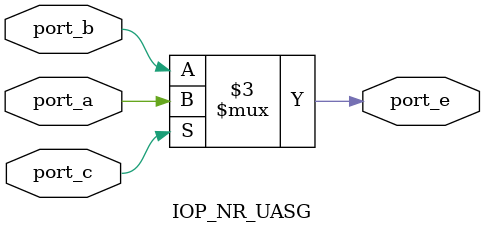
<source format=v>
module IOP_NR_UASG (port_a, port_b, port_c, port_e);
   inout port_a;
   input port_b;
   input port_c;
   output port_e;
   reg port_e;

   always @ (port_a or port_b)
   begin
      case (port_c)
         1'b1 : port_e = port_a;
         default : port_e = port_b;
      endcase
   end
endmodule 

</source>
